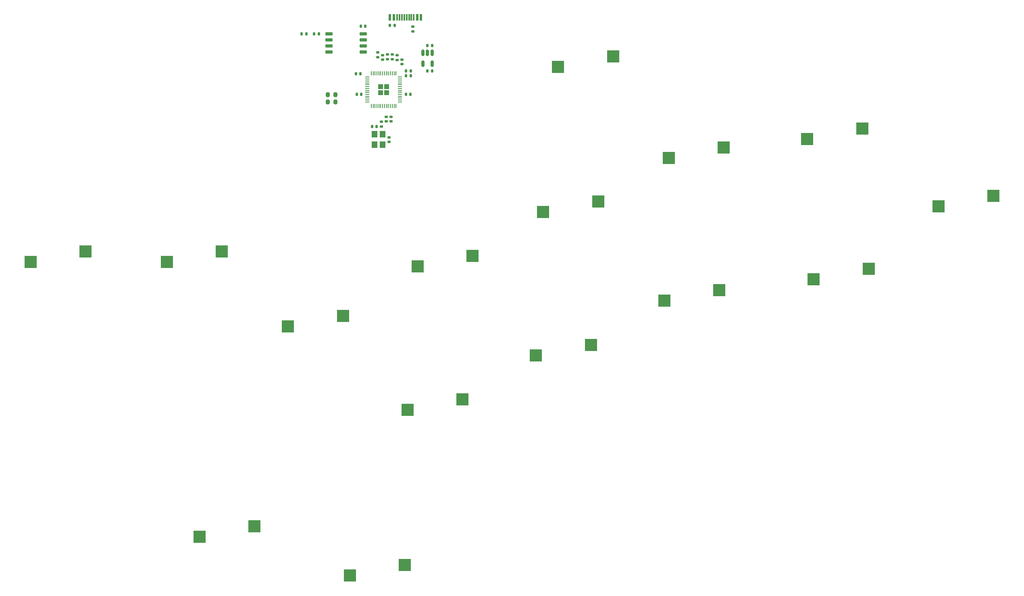
<source format=gtp>
G04 #@! TF.GenerationSoftware,KiCad,Pcbnew,7.0.9*
G04 #@! TF.CreationDate,2023-12-23T20:10:05+09:00*
G04 #@! TF.ProjectId,ergoSHIFT-rev2-kicad,6572676f-5348-4494-9654-2d726576322d,rev?*
G04 #@! TF.SameCoordinates,Original*
G04 #@! TF.FileFunction,Paste,Top*
G04 #@! TF.FilePolarity,Positive*
%FSLAX46Y46*%
G04 Gerber Fmt 4.6, Leading zero omitted, Abs format (unit mm)*
G04 Created by KiCad (PCBNEW 7.0.9) date 2023-12-23 20:10:05*
%MOMM*%
%LPD*%
G01*
G04 APERTURE LIST*
G04 Aperture macros list*
%AMRoundRect*
0 Rectangle with rounded corners*
0 $1 Rounding radius*
0 $2 $3 $4 $5 $6 $7 $8 $9 X,Y pos of 4 corners*
0 Add a 4 corners polygon primitive as box body*
4,1,4,$2,$3,$4,$5,$6,$7,$8,$9,$2,$3,0*
0 Add four circle primitives for the rounded corners*
1,1,$1+$1,$2,$3*
1,1,$1+$1,$4,$5*
1,1,$1+$1,$6,$7*
1,1,$1+$1,$8,$9*
0 Add four rect primitives between the rounded corners*
20,1,$1+$1,$2,$3,$4,$5,0*
20,1,$1+$1,$4,$5,$6,$7,0*
20,1,$1+$1,$6,$7,$8,$9,0*
20,1,$1+$1,$8,$9,$2,$3,0*%
G04 Aperture macros list end*
%ADD10R,0.600000X1.450000*%
%ADD11R,0.300000X1.450000*%
%ADD12RoundRect,0.140000X0.140000X0.170000X-0.140000X0.170000X-0.140000X-0.170000X0.140000X-0.170000X0*%
%ADD13R,2.600000X2.600000*%
%ADD14RoundRect,0.140000X-0.140000X-0.170000X0.140000X-0.170000X0.140000X0.170000X-0.140000X0.170000X0*%
%ADD15RoundRect,0.140000X0.170000X-0.140000X0.170000X0.140000X-0.170000X0.140000X-0.170000X-0.140000X0*%
%ADD16RoundRect,0.150000X-0.650000X-0.150000X0.650000X-0.150000X0.650000X0.150000X-0.650000X0.150000X0*%
%ADD17RoundRect,0.140000X-0.170000X0.140000X-0.170000X-0.140000X0.170000X-0.140000X0.170000X0.140000X0*%
%ADD18RoundRect,0.135000X0.135000X0.185000X-0.135000X0.185000X-0.135000X-0.185000X0.135000X-0.185000X0*%
%ADD19RoundRect,0.135000X-0.185000X0.135000X-0.185000X-0.135000X0.185000X-0.135000X0.185000X0.135000X0*%
%ADD20RoundRect,0.135000X0.185000X-0.135000X0.185000X0.135000X-0.185000X0.135000X-0.185000X-0.135000X0*%
%ADD21RoundRect,0.250000X-0.292217X-0.292217X0.292217X-0.292217X0.292217X0.292217X-0.292217X0.292217X0*%
%ADD22RoundRect,0.050000X-0.387500X-0.050000X0.387500X-0.050000X0.387500X0.050000X-0.387500X0.050000X0*%
%ADD23RoundRect,0.050000X-0.050000X-0.387500X0.050000X-0.387500X0.050000X0.387500X-0.050000X0.387500X0*%
%ADD24RoundRect,0.200000X-0.200000X-0.275000X0.200000X-0.275000X0.200000X0.275000X-0.200000X0.275000X0*%
%ADD25RoundRect,0.200000X0.200000X0.275000X-0.200000X0.275000X-0.200000X-0.275000X0.200000X-0.275000X0*%
%ADD26RoundRect,0.150000X-0.150000X0.512500X-0.150000X-0.512500X0.150000X-0.512500X0.150000X0.512500X0*%
%ADD27R,1.200000X1.400000*%
%ADD28RoundRect,0.135000X-0.135000X-0.185000X0.135000X-0.185000X0.135000X0.185000X-0.135000X0.185000X0*%
G04 APERTURE END LIST*
D10*
X145454000Y-57635000D03*
X144654000Y-57635000D03*
D11*
X143954000Y-57635000D03*
X143454000Y-57635000D03*
X142954000Y-57635000D03*
X142454000Y-57635000D03*
X141954000Y-57635000D03*
X141454000Y-57635000D03*
X140954000Y-57635000D03*
X140454000Y-57635000D03*
D10*
X139754000Y-57635000D03*
X138954000Y-57635000D03*
D12*
X147786000Y-68863000D03*
X146826000Y-68863000D03*
D13*
X154165000Y-137860000D03*
X142615000Y-140060000D03*
D14*
X132828000Y-59465000D03*
X133788000Y-59465000D03*
D13*
X209025000Y-84930000D03*
X197475000Y-87130000D03*
D15*
X137372000Y-66549000D03*
X137372000Y-65589000D03*
D16*
X126108000Y-61116000D03*
X126108000Y-62386000D03*
X126108000Y-63656000D03*
X126108000Y-64926000D03*
X133308000Y-64926000D03*
X133308000Y-63656000D03*
X133308000Y-62386000D03*
X133308000Y-61116000D03*
D17*
X138134000Y-78541000D03*
X138134000Y-79501000D03*
D14*
X142353000Y-69879000D03*
X143313000Y-69879000D03*
D12*
X147786000Y-63529000D03*
X146826000Y-63529000D03*
X132772000Y-69498000D03*
X131812000Y-69498000D03*
D18*
X121372000Y-61116000D03*
X120352000Y-61116000D03*
D13*
X75025000Y-106800000D03*
X63475000Y-109000000D03*
D12*
X132927000Y-73795732D03*
X131967000Y-73795732D03*
D15*
X141436000Y-67466000D03*
X141436000Y-66506000D03*
D18*
X139918000Y-59338000D03*
X138898000Y-59338000D03*
D19*
X138388000Y-65430000D03*
X138388000Y-66450000D03*
D20*
X137118000Y-80547000D03*
X137118000Y-79527000D03*
D21*
X136983500Y-72157500D03*
X136983500Y-73432500D03*
X138258500Y-72157500D03*
X138258500Y-73432500D03*
D22*
X134183500Y-70195000D03*
X134183500Y-70595000D03*
X134183500Y-70995000D03*
X134183500Y-71395000D03*
X134183500Y-71795000D03*
X134183500Y-72195000D03*
X134183500Y-72595000D03*
X134183500Y-72995000D03*
X134183500Y-73395000D03*
X134183500Y-73795000D03*
X134183500Y-74195000D03*
X134183500Y-74595000D03*
X134183500Y-74995000D03*
X134183500Y-75395000D03*
D23*
X135021000Y-76232500D03*
X135421000Y-76232500D03*
X135821000Y-76232500D03*
X136221000Y-76232500D03*
X136621000Y-76232500D03*
X137021000Y-76232500D03*
X137421000Y-76232500D03*
X137821000Y-76232500D03*
X138221000Y-76232500D03*
X138621000Y-76232500D03*
X139021000Y-76232500D03*
X139421000Y-76232500D03*
X139821000Y-76232500D03*
X140221000Y-76232500D03*
D22*
X141058500Y-75395000D03*
X141058500Y-74995000D03*
X141058500Y-74595000D03*
X141058500Y-74195000D03*
X141058500Y-73795000D03*
X141058500Y-73395000D03*
X141058500Y-72995000D03*
X141058500Y-72595000D03*
X141058500Y-72195000D03*
X141058500Y-71795000D03*
X141058500Y-71395000D03*
X141058500Y-70995000D03*
X141058500Y-70595000D03*
X141058500Y-70195000D03*
D23*
X140221000Y-69357500D03*
X139821000Y-69357500D03*
X139421000Y-69357500D03*
X139021000Y-69357500D03*
X138621000Y-69357500D03*
X138221000Y-69357500D03*
X137821000Y-69357500D03*
X137421000Y-69357500D03*
X137021000Y-69357500D03*
X136621000Y-69357500D03*
X136221000Y-69357500D03*
X135821000Y-69357500D03*
X135421000Y-69357500D03*
X135021000Y-69357500D03*
D19*
X139404000Y-65430000D03*
X139404000Y-66450000D03*
D24*
X125883000Y-75400000D03*
X127533000Y-75400000D03*
D25*
X127533000Y-73876000D03*
X125883000Y-73876000D03*
D19*
X143726000Y-59590000D03*
X143726000Y-60610000D03*
D14*
X135192000Y-80545000D03*
X136152000Y-80545000D03*
D15*
X136356000Y-65970000D03*
X136356000Y-65010000D03*
D17*
X138769000Y-82859000D03*
X138769000Y-83819000D03*
D14*
X142325000Y-73794934D03*
X143285000Y-73794934D03*
D15*
X140420000Y-66577000D03*
X140420000Y-65617000D03*
D13*
X181145000Y-126420000D03*
X169595000Y-128620000D03*
X156325000Y-107750000D03*
X144775000Y-109950000D03*
D26*
X147786000Y-65064000D03*
X146836000Y-65064000D03*
X145886000Y-65064000D03*
X145886000Y-67339000D03*
X147786000Y-67339000D03*
D27*
X135672000Y-82155000D03*
X135672000Y-84355000D03*
X137372000Y-84355000D03*
X137372000Y-82155000D03*
D28*
X123017000Y-61116000D03*
X124037000Y-61116000D03*
D13*
X110495000Y-164520000D03*
X98945000Y-166720000D03*
D17*
X139150000Y-78541000D03*
X139150000Y-79501000D03*
D14*
X142353000Y-68863000D03*
X143313000Y-68863000D03*
D13*
X142065000Y-172720000D03*
X130515000Y-174920000D03*
X103645000Y-106800000D03*
X92095000Y-109000000D03*
X239495000Y-110440000D03*
X227945000Y-112640000D03*
X208125000Y-114980000D03*
X196575000Y-117180000D03*
X185815000Y-65800000D03*
X174265000Y-68000000D03*
X182675000Y-96340000D03*
X171125000Y-98540000D03*
X129095000Y-120340000D03*
X117545000Y-122540000D03*
X265695000Y-95160000D03*
X254145000Y-97360000D03*
X238125000Y-80990000D03*
X226575000Y-83190000D03*
M02*

</source>
